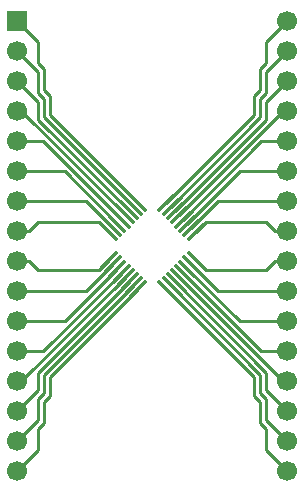
<source format=gtl>
G04 #@! TF.GenerationSoftware,KiCad,Pcbnew,9.0.6*
G04 #@! TF.CreationDate,2026-01-07T21:32:32-06:00*
G04 #@! TF.ProjectId,QFP-32_5x5_P0.5,5146502d-3332-45f3-9578-355f50302e35,rev?*
G04 #@! TF.SameCoordinates,Original*
G04 #@! TF.FileFunction,Copper,L1,Top*
G04 #@! TF.FilePolarity,Positive*
%FSLAX46Y46*%
G04 Gerber Fmt 4.6, Leading zero omitted, Abs format (unit mm)*
G04 Created by KiCad (PCBNEW 9.0.6) date 2026-01-07 21:32:32*
%MOMM*%
%LPD*%
G01*
G04 APERTURE LIST*
G04 Aperture macros list*
%AMRoundRect*
0 Rectangle with rounded corners*
0 $1 Rounding radius*
0 $2 $3 $4 $5 $6 $7 $8 $9 X,Y pos of 4 corners*
0 Add a 4 corners polygon primitive as box body*
4,1,4,$2,$3,$4,$5,$6,$7,$8,$9,$2,$3,0*
0 Add four circle primitives for the rounded corners*
1,1,$1+$1,$2,$3*
1,1,$1+$1,$4,$5*
1,1,$1+$1,$6,$7*
1,1,$1+$1,$8,$9*
0 Add four rect primitives between the rounded corners*
20,1,$1+$1,$2,$3,$4,$5,0*
20,1,$1+$1,$4,$5,$6,$7,0*
20,1,$1+$1,$6,$7,$8,$9,0*
20,1,$1+$1,$8,$9,$2,$3,0*%
G04 Aperture macros list end*
G04 #@! TA.AperFunction,SMDPad,CuDef*
%ADD10RoundRect,0.075000X-0.707107X0.601041X0.601041X-0.707107X0.707107X-0.601041X-0.601041X0.707107X0*%
G04 #@! TD*
G04 #@! TA.AperFunction,SMDPad,CuDef*
%ADD11RoundRect,0.075000X-0.707107X-0.601041X-0.601041X-0.707107X0.707107X0.601041X0.601041X0.707107X0*%
G04 #@! TD*
G04 #@! TA.AperFunction,ComponentPad*
%ADD12R,1.700000X1.700000*%
G04 #@! TD*
G04 #@! TA.AperFunction,ComponentPad*
%ADD13C,1.700000*%
G04 #@! TD*
G04 #@! TA.AperFunction,Conductor*
%ADD14C,0.250000*%
G04 #@! TD*
G04 APERTURE END LIST*
D10*
X137240293Y-116985419D03*
X136886739Y-117338972D03*
X136533186Y-117692526D03*
X136179633Y-118046079D03*
X135826079Y-118399633D03*
X135472526Y-118753186D03*
X135118972Y-119106739D03*
X134765419Y-119460293D03*
D11*
X134765419Y-121839707D03*
X135118972Y-122193261D03*
X135472526Y-122546814D03*
X135826079Y-122900367D03*
X136179633Y-123253921D03*
X136533186Y-123607474D03*
X136886739Y-123961028D03*
X137240293Y-124314581D03*
D10*
X139619707Y-124314581D03*
X139973261Y-123961028D03*
X140326814Y-123607474D03*
X140680367Y-123253921D03*
X141033921Y-122900367D03*
X141387474Y-122546814D03*
X141741028Y-122193261D03*
X142094581Y-121839707D03*
D11*
X142094581Y-119460293D03*
X141741028Y-119106739D03*
X141387474Y-118753186D03*
X141033921Y-118399633D03*
X140680367Y-118046079D03*
X140326814Y-117692526D03*
X139973261Y-117338972D03*
X139619707Y-116985419D03*
D12*
X127000000Y-101600000D03*
D13*
X127000000Y-104140000D03*
X127000000Y-106680000D03*
X127000000Y-109220000D03*
X127000000Y-111760000D03*
X127000000Y-114300000D03*
X127000000Y-116840000D03*
X127000000Y-119380000D03*
X127000000Y-121920000D03*
X127000000Y-124460000D03*
X127000000Y-127000000D03*
X127000000Y-129540000D03*
X127000000Y-132080000D03*
X127000000Y-134620000D03*
X127000000Y-137160000D03*
X127000000Y-139700000D03*
X149860000Y-101600000D03*
X149860000Y-104140000D03*
X149860000Y-106680000D03*
X149860000Y-109220000D03*
X149860000Y-111760000D03*
X149860000Y-114300000D03*
X149860000Y-116840000D03*
X149860000Y-119380000D03*
X149860000Y-121920000D03*
X149860000Y-124460000D03*
X149860000Y-127000000D03*
X149860000Y-129540000D03*
X149860000Y-132080000D03*
X149860000Y-134620000D03*
X149860000Y-137160000D03*
X149860000Y-139700000D03*
D14*
X148082000Y-137922000D02*
X149860000Y-139700000D01*
X148082000Y-136144000D02*
X148082000Y-137922000D01*
X148082000Y-122682000D02*
X148844000Y-121920000D01*
X140680367Y-123253921D02*
X149506446Y-132080000D01*
X148082000Y-109937340D02*
X148082000Y-108458000D01*
X148844000Y-119380000D02*
X149860000Y-119380000D01*
X147673553Y-111760000D02*
X149860000Y-111760001D01*
X148082001Y-107696000D02*
X148082000Y-105918000D01*
X142936874Y-122682000D02*
X148082000Y-122682000D01*
X141033920Y-118399633D02*
X147673553Y-111760000D01*
X139973261Y-117338972D02*
X147574000Y-109738232D01*
X148844000Y-121920000D02*
X149860000Y-121919999D01*
X145840660Y-114300000D02*
X149860000Y-114300000D01*
X149506446Y-132080000D02*
X149860000Y-132080000D01*
X141741028Y-122193261D02*
X144007767Y-124460000D01*
X142094581Y-121839707D02*
X142936874Y-122682000D01*
X148082001Y-103378000D02*
X149860000Y-101600001D01*
X148082000Y-105156000D02*
X148082001Y-103378000D01*
X148082000Y-105918000D02*
X149860000Y-104140000D01*
X141387474Y-122546813D02*
X145840660Y-126999999D01*
X147673554Y-129540000D02*
X149860000Y-129540000D01*
X142936874Y-118618000D02*
X148082000Y-118618000D01*
X147574002Y-135636000D02*
X148082000Y-136144000D01*
X147574000Y-133858000D02*
X147574002Y-135636000D01*
X147066000Y-133350000D02*
X147574000Y-133858000D01*
X147574000Y-133096000D02*
X148082000Y-133604000D01*
X140326814Y-117692525D02*
X148082000Y-109937340D01*
X147574000Y-109738232D02*
X147574000Y-108204000D01*
X147066000Y-131760874D02*
X147066000Y-133350000D01*
X141741028Y-119106739D02*
X144007766Y-116840000D01*
X140326814Y-123607474D02*
X148082000Y-131362660D01*
X148082000Y-118618000D02*
X148844000Y-119380000D01*
X147573999Y-107442000D02*
X147573999Y-105664000D01*
X144007766Y-116840000D02*
X149860000Y-116840000D01*
X147574000Y-108204000D02*
X148082001Y-107696000D01*
X139619706Y-124314581D02*
X147066000Y-131760874D01*
X148082000Y-133604000D02*
X148082000Y-135382000D01*
X141387474Y-118753186D02*
X145840660Y-114300000D01*
X148082000Y-135382000D02*
X149860000Y-137160000D01*
X141033921Y-122900367D02*
X147673554Y-129540000D01*
X147066000Y-109539126D02*
X147066000Y-107950000D01*
X140680367Y-118046079D02*
X149506446Y-109220000D01*
X148082000Y-108458000D02*
X149860000Y-106680000D01*
X149506446Y-109220000D02*
X149860000Y-109220000D01*
X147574000Y-131561767D02*
X147574000Y-133096000D01*
X147573999Y-105664000D02*
X148082000Y-105156000D01*
X145840660Y-126999999D02*
X149860000Y-127000000D01*
X139973261Y-123961028D02*
X147574000Y-131561767D01*
X142094581Y-119460292D02*
X142936874Y-118618000D01*
X144007767Y-124460000D02*
X149860000Y-124460000D01*
X148082000Y-132842000D02*
X149860000Y-134620001D01*
X147066000Y-107950000D02*
X147573999Y-107442000D01*
X148082000Y-131362660D02*
X148082000Y-132842000D01*
X139619707Y-116985419D02*
X147066000Y-109539126D01*
X128778000Y-137922000D02*
X127000000Y-139700000D01*
X128778000Y-136144000D02*
X128778000Y-137922000D01*
X129286000Y-135636000D02*
X128778000Y-136144000D01*
X129286000Y-133858000D02*
X129286000Y-135636000D01*
X129794000Y-133350000D02*
X129286000Y-133858000D01*
X129794000Y-131760874D02*
X129794000Y-133350000D01*
X137240293Y-124314581D02*
X129794000Y-131760874D01*
X128778000Y-133604000D02*
X128778000Y-135382000D01*
X128778000Y-135382000D02*
X127000000Y-137160000D01*
X129286000Y-133096000D02*
X128778000Y-133604000D01*
X129286000Y-131561767D02*
X129286000Y-133096000D01*
X136886739Y-123961028D02*
X129286000Y-131561767D01*
X128778000Y-132842000D02*
X127000000Y-134620000D01*
X128778000Y-131362660D02*
X128778000Y-132842000D01*
X136533186Y-123607474D02*
X128778000Y-131362660D01*
X136179633Y-123253921D02*
X127353554Y-132080000D01*
X127353554Y-132080000D02*
X127000000Y-132080000D01*
X129186446Y-129540000D02*
X127000000Y-129540000D01*
X135826079Y-122900367D02*
X129186446Y-129540000D01*
X131019340Y-127000000D02*
X127000000Y-127000000D01*
X135472526Y-122546814D02*
X131019340Y-127000000D01*
X132852233Y-124460000D02*
X127000000Y-124460000D01*
X135118972Y-122193261D02*
X132852233Y-124460000D01*
X128016000Y-121920000D02*
X127000000Y-121920000D01*
X128778000Y-122682000D02*
X128016000Y-121920000D01*
X133923126Y-122682000D02*
X128778000Y-122682000D01*
X134765419Y-121839707D02*
X133923126Y-122682000D01*
X128778000Y-103378000D02*
X127000000Y-101600000D01*
X128778000Y-105156000D02*
X128778000Y-103378000D01*
X129286000Y-105664000D02*
X128778000Y-105156000D01*
X129286000Y-107442000D02*
X129286000Y-105664000D01*
X129794000Y-107950000D02*
X129286000Y-107442000D01*
X129794000Y-109539126D02*
X129794000Y-107950000D01*
X137240293Y-116985419D02*
X129794000Y-109539126D01*
X128778000Y-107696000D02*
X128778000Y-105918000D01*
X129286000Y-108204000D02*
X128778000Y-107696000D01*
X129286000Y-109738233D02*
X129286000Y-108204000D01*
X136886739Y-117338972D02*
X129286000Y-109738233D01*
X128778000Y-105918000D02*
X127000000Y-104140000D01*
X128778000Y-108458000D02*
X127000000Y-106680000D01*
X128778000Y-109937340D02*
X128778000Y-108458000D01*
X136533186Y-117692526D02*
X128778000Y-109937340D01*
X127353554Y-109220000D02*
X127000000Y-109220000D01*
X136179633Y-118046079D02*
X127353554Y-109220000D01*
X135826079Y-118399633D02*
X129186446Y-111760000D01*
X129186446Y-111760000D02*
X127000000Y-111760000D01*
X135472526Y-118753186D02*
X131019340Y-114300000D01*
X131019340Y-114300000D02*
X127000000Y-114300000D01*
X132852233Y-116840000D02*
X127000000Y-116840000D01*
X135118972Y-119106739D02*
X132852233Y-116840000D01*
X133923126Y-118618000D02*
X128778000Y-118618000D01*
X128016000Y-119380000D02*
X127000000Y-119380000D01*
X134765419Y-119460293D02*
X133923126Y-118618000D01*
X128778000Y-118618000D02*
X128016000Y-119380000D01*
M02*

</source>
